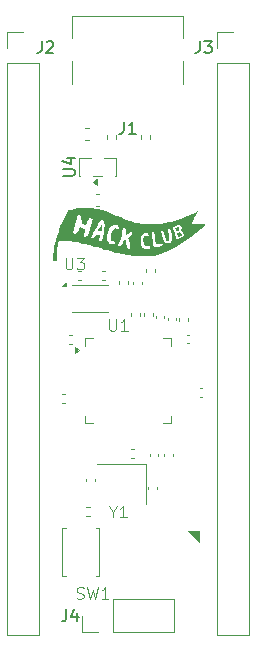
<source format=gbr>
%TF.GenerationSoftware,KiCad,Pcbnew,9.0.6*%
%TF.CreationDate,2025-12-06T16:42:26-07:00*%
%TF.ProjectId,HyperionDevBoard,48797065-7269-46f6-9e44-6576426f6172,rev?*%
%TF.SameCoordinates,Original*%
%TF.FileFunction,Legend,Top*%
%TF.FilePolarity,Positive*%
%FSLAX46Y46*%
G04 Gerber Fmt 4.6, Leading zero omitted, Abs format (unit mm)*
G04 Created by KiCad (PCBNEW 9.0.6) date 2025-12-06 16:42:26*
%MOMM*%
%LPD*%
G01*
G04 APERTURE LIST*
%ADD10C,0.100000*%
%ADD11C,0.150000*%
%ADD12C,0.120000*%
%ADD13C,0.000000*%
G04 APERTURE END LIST*
D10*
X107256265Y-114624800D02*
X107399122Y-114672419D01*
X107399122Y-114672419D02*
X107637217Y-114672419D01*
X107637217Y-114672419D02*
X107732455Y-114624800D01*
X107732455Y-114624800D02*
X107780074Y-114577180D01*
X107780074Y-114577180D02*
X107827693Y-114481942D01*
X107827693Y-114481942D02*
X107827693Y-114386704D01*
X107827693Y-114386704D02*
X107780074Y-114291466D01*
X107780074Y-114291466D02*
X107732455Y-114243847D01*
X107732455Y-114243847D02*
X107637217Y-114196228D01*
X107637217Y-114196228D02*
X107446741Y-114148609D01*
X107446741Y-114148609D02*
X107351503Y-114100990D01*
X107351503Y-114100990D02*
X107303884Y-114053371D01*
X107303884Y-114053371D02*
X107256265Y-113958133D01*
X107256265Y-113958133D02*
X107256265Y-113862895D01*
X107256265Y-113862895D02*
X107303884Y-113767657D01*
X107303884Y-113767657D02*
X107351503Y-113720038D01*
X107351503Y-113720038D02*
X107446741Y-113672419D01*
X107446741Y-113672419D02*
X107684836Y-113672419D01*
X107684836Y-113672419D02*
X107827693Y-113720038D01*
X108161027Y-113672419D02*
X108399122Y-114672419D01*
X108399122Y-114672419D02*
X108589598Y-113958133D01*
X108589598Y-113958133D02*
X108780074Y-114672419D01*
X108780074Y-114672419D02*
X109018170Y-113672419D01*
X109922931Y-114672419D02*
X109351503Y-114672419D01*
X109637217Y-114672419D02*
X109637217Y-113672419D01*
X109637217Y-113672419D02*
X109541979Y-113815276D01*
X109541979Y-113815276D02*
X109446741Y-113910514D01*
X109446741Y-113910514D02*
X109351503Y-113958133D01*
X110294360Y-107296228D02*
X110294360Y-107772419D01*
X109961027Y-106772419D02*
X110294360Y-107296228D01*
X110294360Y-107296228D02*
X110627693Y-106772419D01*
X111484836Y-107772419D02*
X110913408Y-107772419D01*
X111199122Y-107772419D02*
X111199122Y-106772419D01*
X111199122Y-106772419D02*
X111103884Y-106915276D01*
X111103884Y-106915276D02*
X111008646Y-107010514D01*
X111008646Y-107010514D02*
X110913408Y-107058133D01*
X110003884Y-90972419D02*
X110003884Y-91781942D01*
X110003884Y-91781942D02*
X110051503Y-91877180D01*
X110051503Y-91877180D02*
X110099122Y-91924800D01*
X110099122Y-91924800D02*
X110194360Y-91972419D01*
X110194360Y-91972419D02*
X110384836Y-91972419D01*
X110384836Y-91972419D02*
X110480074Y-91924800D01*
X110480074Y-91924800D02*
X110527693Y-91877180D01*
X110527693Y-91877180D02*
X110575312Y-91781942D01*
X110575312Y-91781942D02*
X110575312Y-90972419D01*
X111575312Y-91972419D02*
X111003884Y-91972419D01*
X111289598Y-91972419D02*
X111289598Y-90972419D01*
X111289598Y-90972419D02*
X111194360Y-91115276D01*
X111194360Y-91115276D02*
X111099122Y-91210514D01*
X111099122Y-91210514D02*
X111003884Y-91258133D01*
X106303884Y-85772419D02*
X106303884Y-86581942D01*
X106303884Y-86581942D02*
X106351503Y-86677180D01*
X106351503Y-86677180D02*
X106399122Y-86724800D01*
X106399122Y-86724800D02*
X106494360Y-86772419D01*
X106494360Y-86772419D02*
X106684836Y-86772419D01*
X106684836Y-86772419D02*
X106780074Y-86724800D01*
X106780074Y-86724800D02*
X106827693Y-86677180D01*
X106827693Y-86677180D02*
X106875312Y-86581942D01*
X106875312Y-86581942D02*
X106875312Y-85772419D01*
X107256265Y-85772419D02*
X107875312Y-85772419D01*
X107875312Y-85772419D02*
X107541979Y-86153371D01*
X107541979Y-86153371D02*
X107684836Y-86153371D01*
X107684836Y-86153371D02*
X107780074Y-86200990D01*
X107780074Y-86200990D02*
X107827693Y-86248609D01*
X107827693Y-86248609D02*
X107875312Y-86343847D01*
X107875312Y-86343847D02*
X107875312Y-86581942D01*
X107875312Y-86581942D02*
X107827693Y-86677180D01*
X107827693Y-86677180D02*
X107780074Y-86724800D01*
X107780074Y-86724800D02*
X107684836Y-86772419D01*
X107684836Y-86772419D02*
X107399122Y-86772419D01*
X107399122Y-86772419D02*
X107303884Y-86724800D01*
X107303884Y-86724800D02*
X107256265Y-86677180D01*
D11*
X117666666Y-67454819D02*
X117666666Y-68169104D01*
X117666666Y-68169104D02*
X117619047Y-68311961D01*
X117619047Y-68311961D02*
X117523809Y-68407200D01*
X117523809Y-68407200D02*
X117380952Y-68454819D01*
X117380952Y-68454819D02*
X117285714Y-68454819D01*
X118047619Y-67454819D02*
X118666666Y-67454819D01*
X118666666Y-67454819D02*
X118333333Y-67835771D01*
X118333333Y-67835771D02*
X118476190Y-67835771D01*
X118476190Y-67835771D02*
X118571428Y-67883390D01*
X118571428Y-67883390D02*
X118619047Y-67931009D01*
X118619047Y-67931009D02*
X118666666Y-68026247D01*
X118666666Y-68026247D02*
X118666666Y-68264342D01*
X118666666Y-68264342D02*
X118619047Y-68359580D01*
X118619047Y-68359580D02*
X118571428Y-68407200D01*
X118571428Y-68407200D02*
X118476190Y-68454819D01*
X118476190Y-68454819D02*
X118190476Y-68454819D01*
X118190476Y-68454819D02*
X118095238Y-68407200D01*
X118095238Y-68407200D02*
X118047619Y-68359580D01*
X104266666Y-67454819D02*
X104266666Y-68169104D01*
X104266666Y-68169104D02*
X104219047Y-68311961D01*
X104219047Y-68311961D02*
X104123809Y-68407200D01*
X104123809Y-68407200D02*
X103980952Y-68454819D01*
X103980952Y-68454819D02*
X103885714Y-68454819D01*
X104695238Y-67550057D02*
X104742857Y-67502438D01*
X104742857Y-67502438D02*
X104838095Y-67454819D01*
X104838095Y-67454819D02*
X105076190Y-67454819D01*
X105076190Y-67454819D02*
X105171428Y-67502438D01*
X105171428Y-67502438D02*
X105219047Y-67550057D01*
X105219047Y-67550057D02*
X105266666Y-67645295D01*
X105266666Y-67645295D02*
X105266666Y-67740533D01*
X105266666Y-67740533D02*
X105219047Y-67883390D01*
X105219047Y-67883390D02*
X104647619Y-68454819D01*
X104647619Y-68454819D02*
X105266666Y-68454819D01*
X106074819Y-78859404D02*
X106884342Y-78859404D01*
X106884342Y-78859404D02*
X106979580Y-78811785D01*
X106979580Y-78811785D02*
X107027200Y-78764166D01*
X107027200Y-78764166D02*
X107074819Y-78668928D01*
X107074819Y-78668928D02*
X107074819Y-78478452D01*
X107074819Y-78478452D02*
X107027200Y-78383214D01*
X107027200Y-78383214D02*
X106979580Y-78335595D01*
X106979580Y-78335595D02*
X106884342Y-78287976D01*
X106884342Y-78287976D02*
X106074819Y-78287976D01*
X106408152Y-77383214D02*
X107074819Y-77383214D01*
X106027200Y-77621309D02*
X106741485Y-77859404D01*
X106741485Y-77859404D02*
X106741485Y-77240357D01*
X106366666Y-115554819D02*
X106366666Y-116269104D01*
X106366666Y-116269104D02*
X106319047Y-116411961D01*
X106319047Y-116411961D02*
X106223809Y-116507200D01*
X106223809Y-116507200D02*
X106080952Y-116554819D01*
X106080952Y-116554819D02*
X105985714Y-116554819D01*
X107271428Y-115888152D02*
X107271428Y-116554819D01*
X107033333Y-115507200D02*
X106795238Y-116221485D01*
X106795238Y-116221485D02*
X107414285Y-116221485D01*
X111246666Y-74299819D02*
X111246666Y-75014104D01*
X111246666Y-75014104D02*
X111199047Y-75156961D01*
X111199047Y-75156961D02*
X111103809Y-75252200D01*
X111103809Y-75252200D02*
X110960952Y-75299819D01*
X110960952Y-75299819D02*
X110865714Y-75299819D01*
X112246666Y-75299819D02*
X111675238Y-75299819D01*
X111960952Y-75299819D02*
X111960952Y-74299819D01*
X111960952Y-74299819D02*
X111865714Y-74442676D01*
X111865714Y-74442676D02*
X111770476Y-74537914D01*
X111770476Y-74537914D02*
X111675238Y-74585533D01*
D10*
%TO.C,D1*%
X117600000Y-109850000D02*
X116700000Y-108950000D01*
X117600000Y-108950000D01*
X117600000Y-109850000D01*
G36*
X117600000Y-109850000D02*
G01*
X116700000Y-108950000D01*
X117600000Y-108950000D01*
X117600000Y-109850000D01*
G37*
D12*
%TO.C,C10*%
X114640000Y-102392164D02*
X114640000Y-102607836D01*
X115360000Y-102392164D02*
X115360000Y-102607836D01*
%TO.C,C3*%
X116572164Y-92300000D02*
X116787836Y-92300000D01*
X116572164Y-93020000D02*
X116787836Y-93020000D01*
%TO.C,R3*%
X111880000Y-90436359D02*
X111880000Y-90743641D01*
X112640000Y-90436359D02*
X112640000Y-90743641D01*
%TO.C,C4*%
X114940000Y-91087836D02*
X114940000Y-90872164D01*
X115660000Y-91087836D02*
X115660000Y-90872164D01*
%TO.C,Y1*%
X113105000Y-103230000D02*
X108985000Y-103230000D01*
X113105000Y-106650000D02*
X113105000Y-103230000D01*
%TO.C,J3*%
X119110000Y-66690000D02*
X120490000Y-66690000D01*
X119110000Y-68070000D02*
X119110000Y-66690000D01*
X119110000Y-69340000D02*
X119110000Y-117710000D01*
X119110000Y-69340000D02*
X121870000Y-69340000D01*
X119110000Y-117710000D02*
X121870000Y-117710000D01*
X121870000Y-69340000D02*
X121870000Y-117710000D01*
%TO.C,R6*%
X108383641Y-106900000D02*
X108076359Y-106900000D01*
X108383641Y-107660000D02*
X108076359Y-107660000D01*
%TO.C,C11*%
X110840000Y-88007836D02*
X110840000Y-87792164D01*
X111560000Y-88007836D02*
X111560000Y-87792164D01*
%TO.C,SW1*%
X106030000Y-108630000D02*
X106330000Y-108630000D01*
X106030000Y-112770000D02*
X106030000Y-108630000D01*
X106330000Y-112770000D02*
X106030000Y-112770000D01*
X108870000Y-108630000D02*
X109170000Y-108630000D01*
X109170000Y-108630000D02*
X109170000Y-112770000D01*
X109170000Y-112770000D02*
X108870000Y-112770000D01*
%TO.C,C9*%
X113140000Y-86987836D02*
X113140000Y-86772164D01*
X113860000Y-86987836D02*
X113860000Y-86772164D01*
%TO.C,J2*%
X101330000Y-66690000D02*
X102710000Y-66690000D01*
X101330000Y-68070000D02*
X101330000Y-66690000D01*
X101330000Y-69340000D02*
X101330000Y-117710000D01*
X101330000Y-69340000D02*
X104090000Y-69340000D01*
X101330000Y-117710000D02*
X104090000Y-117710000D01*
X104090000Y-69340000D02*
X104090000Y-117710000D01*
%TO.C,C1*%
X115940001Y-91107836D02*
X115940000Y-90892164D01*
X116660000Y-91107836D02*
X116659999Y-90892164D01*
%TO.C,U4*%
X107460000Y-77337500D02*
X108460000Y-77337500D01*
X107460000Y-78857500D02*
X107460000Y-77337500D01*
X107510000Y-78857500D02*
X107460000Y-78857500D01*
X109410000Y-78857500D02*
X108630000Y-78857500D01*
X109580000Y-77337500D02*
X110580000Y-77337500D01*
X110580000Y-77337500D02*
X110580000Y-78857500D01*
X110580000Y-78857500D02*
X110530000Y-78857500D01*
X108970000Y-79637500D02*
X108640000Y-79397500D01*
X108970000Y-79157500D01*
X108970000Y-79637500D01*
G36*
X108970000Y-79637500D02*
G01*
X108640000Y-79397500D01*
X108970000Y-79157500D01*
X108970000Y-79637500D01*
G37*
%TO.C,C2*%
X112040000Y-88027836D02*
X112040000Y-87812164D01*
X112760000Y-88027836D02*
X112760000Y-87812164D01*
%TO.C,C7*%
X106237836Y-97350000D02*
X106022164Y-97350000D01*
X106237836Y-98070000D02*
X106022164Y-98070000D01*
%TO.C,C6*%
X106847836Y-92340000D02*
X106632164Y-92340000D01*
X106847836Y-93060000D02*
X106632164Y-93060000D01*
%TO.C,C16*%
X113310000Y-105397836D02*
X113310000Y-105182164D01*
X114030000Y-105397836D02*
X114030000Y-105182164D01*
%TO.C,C5*%
X117652164Y-96820000D02*
X117867836Y-96820000D01*
X117652164Y-97540000D02*
X117867836Y-97540000D01*
%TO.C,J4*%
X107680000Y-117470000D02*
X107680000Y-116090000D01*
X109060000Y-117470000D02*
X107680000Y-117470000D01*
X110330000Y-114710000D02*
X115520000Y-114710000D01*
X110330000Y-117470000D02*
X110330000Y-114710000D01*
X110330000Y-117470000D02*
X115520000Y-117470000D01*
X115520000Y-117470000D02*
X115520000Y-114710000D01*
%TO.C,C8*%
X113440000Y-102372164D02*
X113440000Y-102587836D01*
X114160000Y-102372164D02*
X114160000Y-102587836D01*
%TO.C,C12*%
X113940000Y-90917836D02*
X113940000Y-90702164D01*
X114660000Y-90917836D02*
X114660000Y-90702164D01*
%TO.C,R5*%
X111806359Y-102010000D02*
X112113641Y-102010000D01*
X111806359Y-102770000D02*
X112113641Y-102770000D01*
%TO.C,J1*%
X106880000Y-67200000D02*
X106880000Y-65300000D01*
X106880000Y-71100000D02*
X106880000Y-69100000D01*
X116280000Y-65300000D02*
X106880000Y-65300000D01*
X116280000Y-67200000D02*
X116280000Y-65300000D01*
X116280000Y-71100000D02*
X116280000Y-69100000D01*
%TO.C,C17*%
X109627836Y-86940000D02*
X109412164Y-86940000D01*
X109627836Y-87660000D02*
X109412164Y-87660000D01*
%TO.C,R1*%
X112680000Y-75416359D02*
X112680000Y-75723641D01*
X113440000Y-75416359D02*
X113440000Y-75723641D01*
%TO.C,R4*%
X112970000Y-90431359D02*
X112970000Y-90738641D01*
X113730000Y-90431359D02*
X113730000Y-90738641D01*
%TO.C,C14*%
X109140580Y-80390000D02*
X108859420Y-80390000D01*
X109140580Y-81410000D02*
X108859420Y-81410000D01*
%TO.C,C13*%
X108255580Y-74830000D02*
X107974420Y-74830000D01*
X108255580Y-75850000D02*
X107974420Y-75850000D01*
%TO.C,C15*%
X108040000Y-104512164D02*
X108040000Y-104727836D01*
X108760000Y-104512164D02*
X108760000Y-104727836D01*
%TO.C,U3*%
X106867102Y-88115000D02*
X109867102Y-88115000D01*
X106867102Y-90385000D02*
X109867102Y-90385000D01*
X106317102Y-88200000D02*
X106037102Y-88200000D01*
X106317102Y-87920000D01*
X106317102Y-88200000D01*
G36*
X106317102Y-88200000D02*
G01*
X106037102Y-88200000D01*
X106317102Y-87920000D01*
X106317102Y-88200000D01*
G37*
%TO.C,R2*%
X109810000Y-75406359D02*
X109810000Y-75713641D01*
X110570000Y-75406359D02*
X110570000Y-75713641D01*
D13*
%TO.C,G\u002A\u002A\u002A*%
G36*
X116097040Y-83668889D02*
G01*
X116117601Y-83688485D01*
X116149830Y-83765935D01*
X116133207Y-83841998D01*
X116068345Y-83915521D01*
X115961355Y-83982598D01*
X115883670Y-84015457D01*
X115834704Y-84014459D01*
X115803504Y-83975296D01*
X115783754Y-83912709D01*
X115762015Y-83813253D01*
X115759295Y-83749011D01*
X115778044Y-83708593D01*
X115820711Y-83680607D01*
X115834980Y-83674393D01*
X115935604Y-83646311D01*
X116027588Y-83644708D01*
X116097040Y-83668889D01*
G37*
G36*
X115868134Y-83210442D02*
G01*
X115921512Y-83224810D01*
X115944150Y-83262486D01*
X115949052Y-83295476D01*
X115945675Y-83352375D01*
X115916461Y-83402530D01*
X115867811Y-83450053D01*
X115807599Y-83496417D01*
X115757093Y-83524303D01*
X115741650Y-83527945D01*
X115709974Y-83507211D01*
X115672733Y-83454713D01*
X115656491Y-83422833D01*
X115627768Y-83354374D01*
X115610462Y-83303158D01*
X115608235Y-83290765D01*
X115629722Y-83264867D01*
X115684567Y-83239411D01*
X115756867Y-83219312D01*
X115830717Y-83209484D01*
X115868134Y-83210442D01*
G37*
G36*
X109371090Y-83006927D02*
G01*
X109383315Y-83071491D01*
X109384876Y-83170468D01*
X109375213Y-83296798D01*
X109374234Y-83305355D01*
X109363690Y-83396953D01*
X109355668Y-83468797D01*
X109351684Y-83507272D01*
X109351524Y-83509396D01*
X109332981Y-83524925D01*
X109331889Y-83524771D01*
X109299251Y-83519289D01*
X109233361Y-83508282D01*
X109164946Y-83496876D01*
X109085712Y-83482983D01*
X109029266Y-83471779D01*
X109009732Y-83466435D01*
X109018813Y-83444368D01*
X109050743Y-83392262D01*
X109098779Y-83319715D01*
X109156177Y-83236327D01*
X109216194Y-83151695D01*
X109272088Y-83075418D01*
X109317115Y-83017094D01*
X109344533Y-82986322D01*
X109348759Y-82983836D01*
X109371090Y-83006927D01*
G37*
G36*
X108028894Y-81541023D02*
G01*
X108248849Y-81550981D01*
X108452331Y-81568977D01*
X108554957Y-81582675D01*
X108993889Y-81667119D01*
X109456634Y-81788061D01*
X109936167Y-81943319D01*
X110425463Y-82130715D01*
X110698345Y-82247649D01*
X110988387Y-82375297D01*
X111241290Y-82483149D01*
X111464115Y-82573612D01*
X111663923Y-82649094D01*
X111847777Y-82712001D01*
X112022737Y-82764741D01*
X112195866Y-82809721D01*
X112374225Y-82849348D01*
X112564875Y-82886030D01*
X112577994Y-82888393D01*
X112681267Y-82906093D01*
X112775501Y-82919784D01*
X112869336Y-82929958D01*
X112971416Y-82937106D01*
X113090382Y-82941721D01*
X113234876Y-82944292D01*
X113413540Y-82945312D01*
X113579649Y-82945350D01*
X113793236Y-82944654D01*
X113966216Y-82942761D01*
X114107442Y-82939165D01*
X114225767Y-82933362D01*
X114330044Y-82924848D01*
X114429126Y-82913119D01*
X114531865Y-82897669D01*
X114591408Y-82887700D01*
X115222074Y-82755898D01*
X115833044Y-82580538D01*
X116421822Y-82362485D01*
X116985912Y-82102603D01*
X117223446Y-81976445D01*
X117321459Y-81923874D01*
X117402982Y-81883321D01*
X117458857Y-81859134D01*
X117479576Y-81854876D01*
X117472326Y-81879508D01*
X117445016Y-81941766D01*
X117400606Y-82035495D01*
X117342057Y-82154541D01*
X117272331Y-82292750D01*
X117218473Y-82397571D01*
X117142786Y-82545676D01*
X117076417Y-82679127D01*
X117022298Y-82791732D01*
X116983358Y-82877299D01*
X116962527Y-82929636D01*
X116960282Y-82943177D01*
X116988490Y-82947644D01*
X117059131Y-82951627D01*
X117165179Y-82954941D01*
X117299604Y-82957402D01*
X117455378Y-82958824D01*
X117565660Y-82959104D01*
X117730370Y-82959846D01*
X117877190Y-82961931D01*
X117999364Y-82965144D01*
X118090139Y-82969273D01*
X118142760Y-82974105D01*
X118153306Y-82977653D01*
X118133522Y-83004795D01*
X118079945Y-83058379D01*
X117997585Y-83134167D01*
X117891451Y-83227921D01*
X117766551Y-83335406D01*
X117627896Y-83452382D01*
X117480493Y-83574614D01*
X117329353Y-83697863D01*
X117179483Y-83817894D01*
X117035894Y-83930467D01*
X116940776Y-84003339D01*
X116434078Y-84370121D01*
X115941554Y-84692396D01*
X115463782Y-84969872D01*
X115001339Y-85202255D01*
X114554805Y-85389254D01*
X114124757Y-85530575D01*
X113752775Y-85618375D01*
X113587609Y-85640909D01*
X113381251Y-85654809D01*
X113141176Y-85660299D01*
X112874856Y-85657601D01*
X112589766Y-85646938D01*
X112293380Y-85628532D01*
X111993170Y-85602607D01*
X111696611Y-85569385D01*
X111576339Y-85553502D01*
X111426929Y-85532102D01*
X111284449Y-85509892D01*
X111144551Y-85485789D01*
X111002888Y-85458709D01*
X110855112Y-85427568D01*
X110696875Y-85391284D01*
X110523831Y-85348772D01*
X110331631Y-85298950D01*
X110115928Y-85240734D01*
X109872375Y-85173040D01*
X109596623Y-85094785D01*
X109284326Y-85004885D01*
X108931136Y-84902258D01*
X108744498Y-84847776D01*
X108520410Y-84783983D01*
X108344630Y-84736117D01*
X110752507Y-84736117D01*
X110760925Y-84776754D01*
X110791936Y-84799177D01*
X110836866Y-84808661D01*
X110906762Y-84793687D01*
X110984466Y-84738541D01*
X111064017Y-84650564D01*
X111139457Y-84537093D01*
X111204824Y-84405468D01*
X111239237Y-84313193D01*
X111274141Y-84277994D01*
X111315874Y-84269912D01*
X111362824Y-84272012D01*
X111378577Y-84276095D01*
X111383092Y-84301256D01*
X111395384Y-84365775D01*
X111413688Y-84460475D01*
X111436238Y-84576181D01*
X111441376Y-84602430D01*
X111470939Y-84747179D01*
X111496074Y-84850949D01*
X111520075Y-84921620D01*
X111546238Y-84967072D01*
X111577859Y-84995182D01*
X111612578Y-85011742D01*
X111659841Y-85022194D01*
X111703330Y-85007405D01*
X111755647Y-84967185D01*
X111787721Y-84908990D01*
X111796687Y-84814527D01*
X111783544Y-84690718D01*
X111749291Y-84544487D01*
X111694928Y-84382759D01*
X111685715Y-84360208D01*
X112673223Y-84360208D01*
X112690782Y-84540965D01*
X112731284Y-84709476D01*
X112793633Y-84854886D01*
X112876735Y-84966337D01*
X112881936Y-84971313D01*
X112989587Y-85040047D01*
X113117403Y-85069772D01*
X113253691Y-85059317D01*
X113364305Y-85019571D01*
X113423127Y-84974006D01*
X113459989Y-84915021D01*
X113473898Y-84854204D01*
X113463859Y-84803143D01*
X113428879Y-84773428D01*
X113385531Y-84772148D01*
X113313846Y-84785929D01*
X113233484Y-84801544D01*
X113233390Y-84801562D01*
X113139487Y-84797035D01*
X113053856Y-84744668D01*
X112975751Y-84643941D01*
X112955465Y-84607642D01*
X112922248Y-84514524D01*
X112902269Y-84396670D01*
X112895622Y-84268924D01*
X112902403Y-84146123D01*
X112922708Y-84043110D01*
X112951423Y-83981168D01*
X113023864Y-83920878D01*
X113114511Y-83903467D01*
X113214312Y-83930535D01*
X113220329Y-83933575D01*
X113284731Y-83958427D01*
X113319669Y-83946169D01*
X113331977Y-83893290D01*
X113332327Y-83876072D01*
X113309373Y-83787611D01*
X113247542Y-83709837D01*
X113242396Y-83706731D01*
X113619497Y-83706731D01*
X113620434Y-83808037D01*
X113632970Y-83946905D01*
X113650900Y-84088016D01*
X113670456Y-84233269D01*
X113689040Y-84376017D01*
X113704846Y-84502072D01*
X113716069Y-84597246D01*
X113718116Y-84616163D01*
X113730345Y-84710016D01*
X113745120Y-84791597D01*
X113756945Y-84836056D01*
X113771595Y-84867175D01*
X113794425Y-84883361D01*
X113837870Y-84887491D01*
X113914364Y-84882443D01*
X113945163Y-84879611D01*
X114057848Y-84864119D01*
X114187790Y-84839072D01*
X114296336Y-84812647D01*
X114410870Y-84778340D01*
X114484795Y-84748665D01*
X114526075Y-84718890D01*
X114542670Y-84684279D01*
X114544206Y-84665245D01*
X114532433Y-84626934D01*
X114493396Y-84606888D01*
X114421519Y-84604507D01*
X114311229Y-84619191D01*
X114240754Y-84632580D01*
X114115446Y-84654781D01*
X114029776Y-84659931D01*
X113976066Y-84645404D01*
X113946640Y-84608575D01*
X113933821Y-84546818D01*
X113932306Y-84527096D01*
X113911957Y-84264595D01*
X113885996Y-84041101D01*
X113854862Y-83858365D01*
X113818996Y-83718132D01*
X113778839Y-83622152D01*
X113734830Y-83572173D01*
X113690885Y-83568489D01*
X113654264Y-83592927D01*
X113630621Y-83637018D01*
X113619497Y-83706731D01*
X113242396Y-83706731D01*
X113157383Y-83655414D01*
X113144764Y-83650923D01*
X113044803Y-83642373D01*
X112942419Y-83675599D01*
X112848508Y-83744738D01*
X112773965Y-83843929D01*
X112769147Y-83853021D01*
X112711310Y-84005380D01*
X112679701Y-84178061D01*
X112673223Y-84360208D01*
X111685715Y-84360208D01*
X111658418Y-84293391D01*
X111593370Y-84143402D01*
X111704829Y-84027349D01*
X111830278Y-83887114D01*
X111914755Y-83770494D01*
X111957899Y-83678135D01*
X111959354Y-83610680D01*
X111947845Y-83590405D01*
X111907130Y-83569593D01*
X111846105Y-83583703D01*
X111762285Y-83634093D01*
X111653187Y-83722125D01*
X111571423Y-83796524D01*
X111370301Y-83985491D01*
X111387145Y-83861830D01*
X111408839Y-83687564D01*
X111419446Y-83553992D01*
X111418879Y-83518532D01*
X114405044Y-83518532D01*
X114406021Y-83590225D01*
X114407631Y-83599764D01*
X114426758Y-83687092D01*
X114456476Y-83800051D01*
X114493173Y-83927101D01*
X114533240Y-84056700D01*
X114573065Y-84177307D01*
X114609039Y-84277381D01*
X114637552Y-84345382D01*
X114645485Y-84360099D01*
X114732388Y-84458577D01*
X114844635Y-84524003D01*
X114970080Y-84552810D01*
X115096579Y-84541436D01*
X115168439Y-84513575D01*
X115221602Y-84461991D01*
X115269578Y-84370130D01*
X115307650Y-84247178D01*
X115309544Y-84238887D01*
X115317144Y-84156677D01*
X115313780Y-84039869D01*
X115300869Y-83901755D01*
X115279827Y-83755626D01*
X115252071Y-83614774D01*
X115236224Y-83550876D01*
X115208488Y-83481193D01*
X115166104Y-83408529D01*
X115118973Y-83346835D01*
X115076996Y-83310062D01*
X115061955Y-83305355D01*
X115033867Y-83323937D01*
X115001031Y-83364815D01*
X114980321Y-83403513D01*
X114974499Y-83444508D01*
X114983400Y-83504318D01*
X114998973Y-83568856D01*
X115029117Y-83705278D01*
X115053586Y-83851162D01*
X115070805Y-83992943D01*
X115079201Y-84117053D01*
X115077202Y-84209926D01*
X115075121Y-84225347D01*
X115043860Y-84310735D01*
X114989430Y-84356982D01*
X114918326Y-84360153D01*
X114878609Y-84344386D01*
X114848727Y-84322658D01*
X114821841Y-84287568D01*
X114795417Y-84232516D01*
X114766920Y-84150900D01*
X114733817Y-84036120D01*
X114693573Y-83881577D01*
X114679684Y-83826295D01*
X114642042Y-83682173D01*
X114610749Y-83579227D01*
X114582951Y-83510032D01*
X114555795Y-83467162D01*
X114534321Y-83447944D01*
X114493980Y-83431058D01*
X114456152Y-83448160D01*
X114432639Y-83469920D01*
X114405044Y-83518532D01*
X111418879Y-83518532D01*
X111417837Y-83453354D01*
X111402885Y-83377892D01*
X111373460Y-83319847D01*
X111330903Y-83274115D01*
X115431442Y-83274115D01*
X115440090Y-83325766D01*
X115458828Y-83402078D01*
X115488916Y-83509849D01*
X115531617Y-83655878D01*
X115549109Y-83715034D01*
X115593023Y-83859791D01*
X115633963Y-83988101D01*
X115669363Y-84092440D01*
X115696657Y-84165284D01*
X115713280Y-84199108D01*
X115714570Y-84200276D01*
X115768334Y-84208857D01*
X115855236Y-84192456D01*
X115966913Y-84153009D01*
X116020272Y-84129535D01*
X116156057Y-84048562D01*
X116248229Y-83952952D01*
X116294716Y-83845215D01*
X116300195Y-83790430D01*
X116280032Y-83677030D01*
X116225883Y-83574279D01*
X116147253Y-83498513D01*
X116122083Y-83484330D01*
X116082135Y-83462317D01*
X116069627Y-83437627D01*
X116080958Y-83393114D01*
X116095167Y-83356208D01*
X116121364Y-83241397D01*
X116109730Y-83140107D01*
X116065152Y-83060066D01*
X115992520Y-83009002D01*
X115896720Y-82994645D01*
X115868543Y-82997891D01*
X115779449Y-83022082D01*
X115675438Y-83063805D01*
X115573498Y-83114823D01*
X115490617Y-83166901D01*
X115453433Y-83199136D01*
X115439375Y-83217598D01*
X115431624Y-83240325D01*
X115431442Y-83274115D01*
X111330903Y-83274115D01*
X111328434Y-83271462D01*
X111297719Y-83246978D01*
X111229324Y-83196198D01*
X111176427Y-83249094D01*
X111150617Y-83283057D01*
X111131765Y-83331657D01*
X111117282Y-83405420D01*
X111104578Y-83514871D01*
X111100643Y-83557178D01*
X111078371Y-83764607D01*
X111050176Y-83937366D01*
X111012187Y-84090204D01*
X110960532Y-84237873D01*
X110891340Y-84395124D01*
X110868081Y-84443319D01*
X110805559Y-84575561D01*
X110767210Y-84671107D01*
X110752507Y-84736117D01*
X108344630Y-84736117D01*
X108279486Y-84718378D01*
X108031830Y-84653494D01*
X107787545Y-84591861D01*
X107556737Y-84536012D01*
X107349507Y-84488477D01*
X107175960Y-84451789D01*
X107124537Y-84441884D01*
X106951237Y-84415717D01*
X106747642Y-84394698D01*
X106528938Y-84379597D01*
X106310308Y-84371186D01*
X106106936Y-84370235D01*
X105934006Y-84377514D01*
X105904897Y-84379980D01*
X105717483Y-84397542D01*
X105690968Y-84525402D01*
X105649027Y-84766277D01*
X105614608Y-85044197D01*
X105588973Y-85347138D01*
X105574275Y-85636368D01*
X105558983Y-86075365D01*
X105377203Y-86075365D01*
X105280979Y-86073452D01*
X105224877Y-86066424D01*
X105199654Y-86052345D01*
X105195424Y-86037292D01*
X105198632Y-85980301D01*
X105207380Y-85885671D01*
X105220354Y-85764750D01*
X105236239Y-85628886D01*
X105253722Y-85489427D01*
X105271488Y-85357721D01*
X105284100Y-85271567D01*
X105366832Y-84808135D01*
X105472195Y-84357709D01*
X105603578Y-83908733D01*
X105708988Y-83607787D01*
X106965692Y-83607787D01*
X106974693Y-83668289D01*
X107001743Y-83708846D01*
X107028553Y-83727379D01*
X107103404Y-83741242D01*
X107185205Y-83709341D01*
X107270751Y-83634325D01*
X107356833Y-83518838D01*
X107422290Y-83402362D01*
X107519310Y-83209399D01*
X107732905Y-83293253D01*
X107826688Y-83330563D01*
X107900994Y-83361053D01*
X107945265Y-83380345D01*
X107952926Y-83384513D01*
X107951072Y-83410315D01*
X107940755Y-83473330D01*
X107923891Y-83562411D01*
X107913343Y-83614508D01*
X107892653Y-83721140D01*
X107876685Y-83815851D01*
X107867887Y-83883570D01*
X107866920Y-83900165D01*
X107883236Y-83974666D01*
X107928142Y-84014467D01*
X107993768Y-84018295D01*
X108013358Y-84009952D01*
X108495061Y-84009952D01*
X108499138Y-84068220D01*
X108518459Y-84108669D01*
X108545043Y-84138968D01*
X108573741Y-84143905D01*
X108623250Y-84124706D01*
X108640289Y-84116651D01*
X108711158Y-84065533D01*
X108783432Y-83984808D01*
X108807067Y-83950955D01*
X108887868Y-83826258D01*
X109038773Y-83841046D01*
X109121551Y-83851453D01*
X109183723Y-83863507D01*
X109208503Y-83872710D01*
X109211343Y-83903371D01*
X109199185Y-83965181D01*
X109181444Y-84024101D01*
X109143301Y-84139356D01*
X109121522Y-84218229D01*
X109115134Y-84270667D01*
X109123165Y-84306616D01*
X109144642Y-84336022D01*
X109150368Y-84341897D01*
X109209987Y-84376249D01*
X109275953Y-84364222D01*
X109350866Y-84305122D01*
X109371183Y-84283041D01*
X109421641Y-84201308D01*
X109466062Y-84086911D01*
X109829786Y-84086911D01*
X109848650Y-84257310D01*
X109894195Y-84403947D01*
X109965212Y-84522267D01*
X110060488Y-84607709D01*
X110178812Y-84655717D01*
X110260576Y-84664660D01*
X110343849Y-84653269D01*
X110414794Y-84628079D01*
X110474938Y-84577875D01*
X110505359Y-84513374D01*
X110500207Y-84450405D01*
X110487854Y-84430350D01*
X110443194Y-84404716D01*
X110377465Y-84393587D01*
X110375176Y-84393573D01*
X110281930Y-84371474D01*
X110224244Y-84334413D01*
X110188149Y-84298438D01*
X110166284Y-84257925D01*
X110154075Y-84198557D01*
X110146945Y-84106015D01*
X110146105Y-84089870D01*
X110152272Y-83926733D01*
X110183442Y-83756032D01*
X110235181Y-83591601D01*
X110303052Y-83447271D01*
X110382619Y-83336876D01*
X110390036Y-83329243D01*
X110460436Y-83288969D01*
X110541126Y-83285452D01*
X110612371Y-83318620D01*
X110624148Y-83330087D01*
X110686711Y-83372677D01*
X110750900Y-83375093D01*
X110802420Y-83338213D01*
X110813805Y-83318455D01*
X110824919Y-83240222D01*
X110801154Y-83150943D01*
X110748728Y-83067102D01*
X110702579Y-83023591D01*
X110620135Y-82987449D01*
X110512668Y-82973995D01*
X110399273Y-82983541D01*
X110299041Y-83016399D01*
X110297919Y-83016975D01*
X110195395Y-83092018D01*
X110095400Y-83205479D01*
X110006119Y-83346636D01*
X109945404Y-83478735D01*
X109876952Y-83693066D01*
X109838817Y-83897311D01*
X109829786Y-84086911D01*
X109466062Y-84086911D01*
X109469341Y-84078468D01*
X109512587Y-83922864D01*
X109549687Y-83742841D01*
X109578945Y-83546745D01*
X109598667Y-83342920D01*
X109607161Y-83139711D01*
X109607326Y-83119863D01*
X109603756Y-82950689D01*
X109589776Y-82821949D01*
X109563442Y-82725342D01*
X109522805Y-82652567D01*
X109488973Y-82615209D01*
X109418244Y-82576014D01*
X109341802Y-82585935D01*
X109259668Y-82644956D01*
X109171862Y-82753061D01*
X109078404Y-82910234D01*
X109055669Y-82954199D01*
X109011430Y-83039565D01*
X108949218Y-83156601D01*
X108875219Y-83293818D01*
X108795623Y-83439725D01*
X108733504Y-83552406D01*
X108661427Y-83683877D01*
X108597497Y-83803149D01*
X108545754Y-83902464D01*
X108510241Y-83974065D01*
X108495061Y-84009952D01*
X108013358Y-84009952D01*
X108072240Y-83984876D01*
X108126804Y-83942210D01*
X108161278Y-83906168D01*
X108191388Y-83862988D01*
X108220752Y-83804478D01*
X108252991Y-83722443D01*
X108291724Y-83608690D01*
X108337101Y-83466115D01*
X108385456Y-83307677D01*
X108434377Y-83140545D01*
X108479188Y-82981142D01*
X108515212Y-82845891D01*
X108525953Y-82802892D01*
X108590955Y-82535385D01*
X108541584Y-82469007D01*
X108491161Y-82420097D01*
X108438390Y-82394658D01*
X108437617Y-82394538D01*
X108378656Y-82398069D01*
X108322581Y-82430236D01*
X108264988Y-82495892D01*
X108201478Y-82599894D01*
X108138312Y-82724663D01*
X108086805Y-82826725D01*
X108039809Y-82909863D01*
X108002707Y-82965173D01*
X107981670Y-82983836D01*
X107942823Y-82974983D01*
X107874411Y-82951948D01*
X107803729Y-82924691D01*
X107658355Y-82865547D01*
X107657204Y-82634088D01*
X107649979Y-82479065D01*
X107628133Y-82363582D01*
X107588764Y-82279123D01*
X107528968Y-82217170D01*
X107510711Y-82204347D01*
X107437510Y-82182409D01*
X107364128Y-82200637D01*
X107308642Y-82253224D01*
X107299183Y-82272288D01*
X107285318Y-82317831D01*
X107264372Y-82400074D01*
X107239207Y-82507264D01*
X107213207Y-82625219D01*
X107179005Y-82772684D01*
X107135085Y-82943929D01*
X107087560Y-83115868D01*
X107049785Y-83242472D01*
X107002956Y-83401291D01*
X106975019Y-83520925D01*
X106965692Y-83607787D01*
X105708988Y-83607787D01*
X105764376Y-83449652D01*
X105957981Y-82968911D01*
X105964867Y-82952780D01*
X106028270Y-82808657D01*
X106102726Y-82646114D01*
X106183893Y-82474008D01*
X106267431Y-82301190D01*
X106348997Y-82136517D01*
X106424251Y-81988840D01*
X106488852Y-81867016D01*
X106538457Y-81779897D01*
X106545581Y-81768392D01*
X106593653Y-81707333D01*
X106637600Y-81676385D01*
X106668940Y-81679076D01*
X106679357Y-81712772D01*
X106692387Y-81740154D01*
X106722639Y-81734965D01*
X106998296Y-81641109D01*
X107245428Y-81581748D01*
X107400732Y-81559465D01*
X107591780Y-81545256D01*
X107805519Y-81539112D01*
X108028894Y-81541023D01*
G37*
D12*
%TO.C,R7*%
X107326359Y-86930000D02*
X107633641Y-86930000D01*
X107326359Y-87690000D02*
X107633641Y-87690000D01*
%TO.C,U1*%
X107990000Y-92590000D02*
X108640000Y-92590000D01*
X107990000Y-93240000D02*
X107990000Y-92590000D01*
X107990000Y-99810000D02*
X107990000Y-99160000D01*
X108640000Y-99810000D02*
X107990000Y-99810000D01*
X114560000Y-92590000D02*
X115210000Y-92590000D01*
X115210000Y-92590000D02*
X115210000Y-93240000D01*
X115210000Y-99160000D02*
X115210000Y-99810000D01*
X115210000Y-99810000D02*
X114560000Y-99810000D01*
X107460000Y-93600000D02*
X107130000Y-93840000D01*
X107130000Y-93360000D01*
X107460000Y-93600000D01*
G36*
X107460000Y-93600000D02*
G01*
X107130000Y-93840000D01*
X107130000Y-93360000D01*
X107460000Y-93600000D01*
G37*
%TD*%
M02*

</source>
